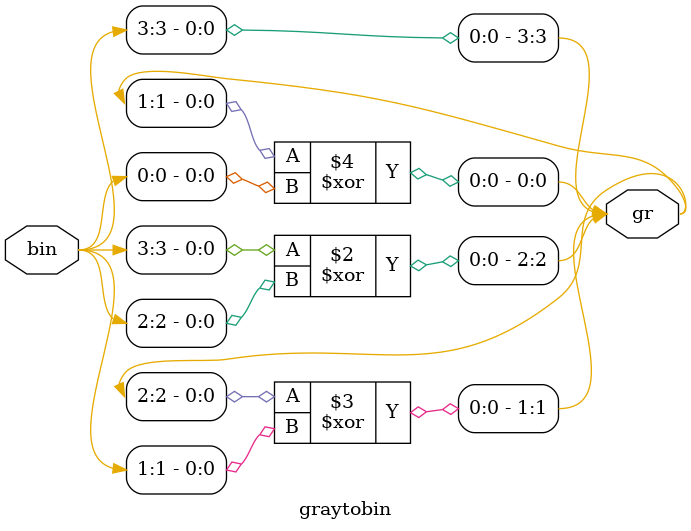
<source format=v>


module graytobin(
input [3:0]bin,
output reg [3:0]gr);

always @(bin)
begin
gr[3]=bin[3];
gr[2]=gr[3]^bin[2];
gr[1]=gr[2]^bin[1];
gr[0]=gr[1]^bin[0];
end
endmodule 


/*
#here gr-out is binary code
----------------------or--------------
#at structure lavel(gate level)
module graytobin(
input [3:0]bin;
output [3:0]gr);
buf g3(gr[3],bin[3]);
xor g2(gr[2],bin[3],bin[2]);
xor g1(gr[1],gr[2],bin[1]);
xor g0(gr[0],gr[1],bin[0]);
endmodule
----------------or--------------
#using data flow
module graytobin(
input [3:0]bin;
output [3:0]gr);

assign gr[3]=bin[3];
assign gr[2]=bin[3]^bin[2];
assign gr[1]=bin[2]^bin[1];
assign gr[0]=bin[1]^bin[0];

endmodule

              */
</source>
